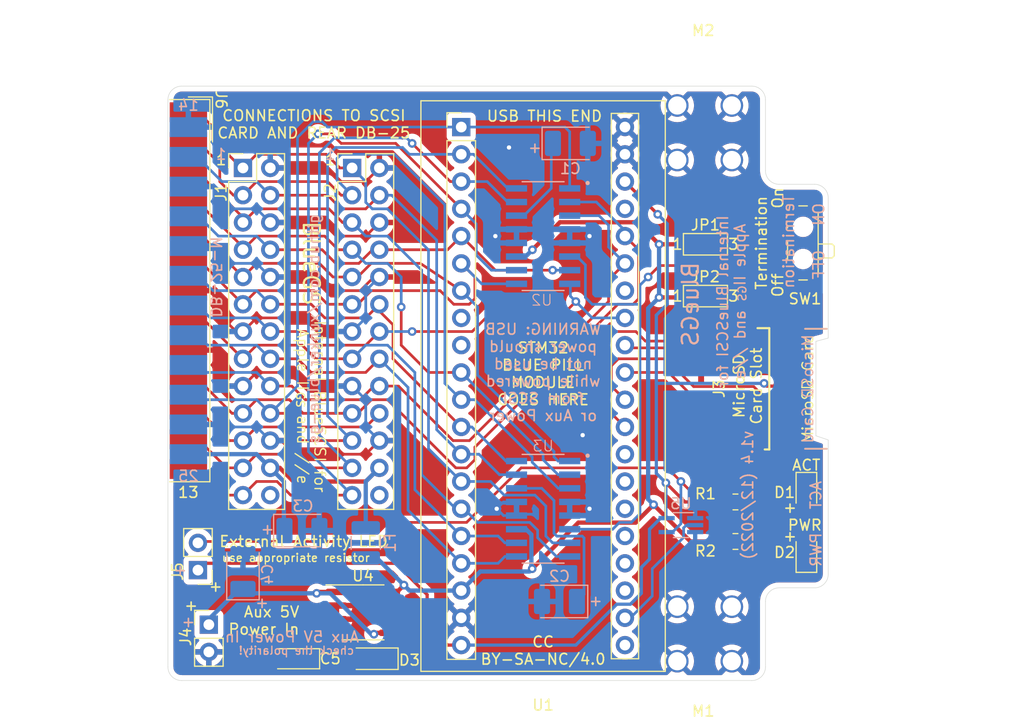
<source format=kicad_pcb>
(kicad_pcb (version 20211014) (generator pcbnew)
  (layers (0 "F.Cu" signal) (31 "B.Cu" signal) (34 "B.Paste" user) (35 "F.Paste" user) (36 "B.SilkS" user "B.Silkscreen") (37 "F.SilkS" user "F.Silkscreen") (38 "B.Mask" user) (39 "F.Mask" user) (44 "Edge.Cuts" user))
  (net 0 "")
  (net 12 "+5V")
  (net 13 "GND")
  (net 14 "/SCSI_DB4")
  (net 15 "/SCSI_DB2")
  (net 16 "/SCSI_DB1")
  (net 17 "/SCSI_DBP")
  (net 18 "/SCSI_SEL")
  (net 19 "/SCSI_ATN")
  (net 20 "/SCSI_C_D")
  (net 21 "/SCSI_DB7")
  (net 22 "/SCSI_DB6")
  (net 23 "/SCSI_DB5")
  (net 24 "/SCSI_DB3")
  (net 25 "/SCSI_DB0")
  (net 26 "/SCSI_BSY")
  (net 27 "/SCSI_ACK")
  (net 28 "/SCSI_RST")
  (net 29 "/SCSI_I_O")
  (net 30 "/SCSI_MSG")
  (net 31 "/SCSI_REQ")
  (net 32 "/SD_MISO")
  (net 33 "/SD_CSK")
  (net 34 "+3V3")
  (net 35 "/SD_MOSI")
  (net 36 "/SD_CS")
  (net 39 "Net-(D2-Pad2)")
  (net 40 "Net-(C1-Pad1)")
  (net 41 "Net-(C2-Pad1)")
  (net 42 "/TERM_DISC")
  (net 43 "Net-(D1-Pad1)")
  (net 44 "/DEBUG_RX")
  (net 45 "/DEBUG_TX")
  (net 46 "/+5V_AUX")
  (net 47 "Net-(C5-Pad1)")
  (net 48 "/TERM_EN")
  (net 49 "/TERM_DIS")
  (net 50 "/DISK_ACT")
  (net 51 "/SCSI_TERMPWR")
  (net 52 "Net-(D1-Pad2)")
  (footprint "my library:YAAJ_BluePill_2" (layer "F.Cu") (at 152.4 50.8)
    (fp_text reference "U1")
    (fp_text value "YAAJ_BluePill" hide)
  )
  (footprint "Button_Switch_SMD:SW_SPDT_PCM12" (layer "F.Cu") (at 183.896 61.595 90)
    (fp_text reference "SW1")
    (fp_text value "SW_SPDT")
  )
  (footprint "Resistor_SMD:R_0805_2012Metric_Pad1.20x1.40mm_HandSolder" (layer "F.Cu") (at 177.927 89.408 180)
    (fp_text reference "R2")
    (fp_text value "1K")
  )
  (footprint "LED_SMD:LED_0805_2012Metric_Pad1.15x1.40mm_HandSolder" (layer "F.Cu") (at 184.531 84.836 -90)
    (fp_text reference "D1")
    (fp_text value "LED")
  )
  (footprint "Jumper:SolderJumper-3_P1.3mm_Open_Pad1.0x1.5mm_NumberLabels" (layer "F.Cu") (at 175.133 66.548)
    (fp_text reference "JP2")
    (fp_text value "Jumper_3_Open")
  )
  (footprint "Jumper:SolderJumper-3_P1.3mm_Open_Pad1.0x1.5mm_NumberLabels" (layer "F.Cu") (at 175.133 61.722)
    (fp_text reference "JP1")
    (fp_text value "Jumper_3_Open")
  )
  (footprint "Resistor_SMD:R_0805_2012Metric_Pad1.20x1.40mm_HandSolder" (layer "F.Cu") (at 177.927 85.725)
    (fp_text reference "R1")
    (fp_text value "100")
  )
  (footprint "Connector_PinHeader_2.54mm:PinHeader_2x13_P2.54mm_Vertical" (layer "F.Cu") (at 132.08 54.61)
    (fp_text reference "J1")
    (fp_text value "Conn_02x13_Odd_Even")
  )
  (footprint "Connector_PinHeader_2.54mm:PinHeader_2x13_P2.54mm_Vertical" (layer "F.Cu") (at 142.24 54.61)
    (fp_text reference "J2")
    (fp_text value "Conn_02x13_Odd_Even")
  )
  (footprint "Connector_PinHeader_2.54mm:PinHeader_1x02_P2.54mm_Vertical" (layer "F.Cu") (at 128.905 97.155)
    (fp_text reference "J4")
    (fp_text value "Conn_01x02_Male")
  )
  (footprint "Connector_PinHeader_2.54mm:PinHeader_1x02_P2.54mm_Vertical" (layer "F.Cu") (at 127.889 92.075 180)
    (fp_text reference "J5")
    (fp_text value "Conn_01x02_Male")
  )
  (footprint "my library:keystone-7774" (layer "F.Cu") (at 180.771 100.561 180)
    (fp_text reference "M1")
    (fp_text value "Screw_Terminal_01x01")
  )
  (footprint "my library:keystone-7774" (layer "F.Cu") (at 180.771 53.871 180)
    (fp_text reference "M2")
    (fp_text value "Screw_Terminal_01x01")
  )
  (footprint "LED_SMD:LED_0805_2012Metric_Pad1.15x1.40mm_HandSolder" (layer "F.Cu") (at 184.531 90.424 90)
    (fp_text reference "D2")
    (fp_text value "LED")
  )
  (footprint "Molex 105162-0001:105162-0001" (layer "F.Cu") (at 174.625 75.184 90)
    (fp_text reference "J3")
    (fp_text value "105162-0001")
  )
  (footprint "Connector_Dsub:DSUB-25_Male_EdgeMount_P2.77mm" (layer "F.Cu") (at 127 66.04 -90)
    (fp_text reference "J6")
    (fp_text value "DB25_Male")
  )
  (footprint "Diode_SMD:D_SOD-123" (layer "F.Cu") (at 144.272 100.33 180)
    (fp_text reference "D3")
    (fp_text value "Zener 5.6v")
  )
  (footprint "Capacitor_Tantalum_SMD:CP_EIA-3216-10_Kemet-I" (layer "F.Cu") (at 136.906 100.33 180)
    (fp_text reference "C5")
    (fp_text value "0.1uF")
  )
  (footprint "Package_SO:SOIC-8_3.9x4.9mm_P1.27mm" (layer "F.Cu") (at 143.256 96.012)
    (fp_text reference "U4")
    (fp_text value "UCC3916")
  )
  (footprint "Capacitor_Tantalum_SMD:CP_EIA-3528-21_Kemet-B_Pad1.50x2.35mm_HandSolder" (layer "B.Cu") (at 162.56 52.324)
    (fp_text reference "C1")
    (fp_text value "2.2uF, 6.3v")
  )
  (footprint "my library:SOIC127P600X175-16N" (layer "B.Cu") (at 160.02 86.36 180)
    (fp_text reference "U3")
    (fp_text value "UC560x, UCC56xx")
  )
  (footprint "Capacitor_Tantalum_SMD:CP_EIA-3528-21_Kemet-B_Pad1.50x2.35mm_HandSolder" (layer "B.Cu") (at 137.567 88.392)
    (fp_text reference "C3")
    (fp_text value "4.7uF, 6.3v")
  )
  (footprint "Capacitor_Tantalum_SMD:CP_EIA-3528-21_Kemet-B_Pad1.50x2.35mm_HandSolder" (layer "B.Cu") (at 161.544 94.996 180)
    (fp_text reference "C2")
    (fp_text value "2.2uF, 6.3v")
  )
  (footprint "my library:SOIC127P600X175-16N" (layer "B.Cu") (at 160.02 60.96 180)
    (fp_text reference "U2")
    (fp_text value "UC560x, UCC56xx")
  )
  (footprint "Fuse:Fuse_1210_3225Metric" (layer "B.Cu") (at 143.51 89.535 90)
    (fp_text reference "F1")
    (fp_text value "Fuse")
  )
  (footprint "Package_TO_SOT_SMD:SOT-353_SC-70-5_Handsoldering" (layer "B.Cu") (at 172.847 87.884 180)
    (fp_text reference "U5")
    (fp_text value "NL17SZ07DFT2G")
  )
  (footprint "Capacitor_Tantalum_SMD:CP_EIA-3528-21_Kemet-B_Pad1.50x2.35mm_HandSolder" (layer "B.Cu") (at 132.08 92.202 90)
    (fp_text reference "C4")
    (fp_text value "1uF")
  )
  (gr_line (start 184.404 69.596) (end 186.436 69.596) (layer "B.SilkS") (width 0.15))
  (gr_line (start 184.404 80.772) (end 186.436 80.772) (layer "B.SilkS") (width 0.15))
  (gr_line (start 184.404 80.772) (end 186.436 80.772) (layer "F.SilkS") (width 0.15))
  (gr_line (start 184.404 69.596) (end 186.436 69.596) (layer "F.SilkS") (width 0.15))
  (gr_line (start 186.563 79.9465) (end 186.563 92.456) (layer "Edge.Cuts") (width 0.05))
  (gr_line (start 125.095 101.092) (end 125.095 48.26) (layer "Edge.Cuts") (width 0.05))
  (gr_line (start 181.991 56.134) (end 185.293 56.134) (layer "Edge.Cuts") (width 0.05))
  (gr_line (start 180.721 94.996) (end 180.721 101.092) (layer "Edge.Cuts") (width 0.05))
  (gr_arc (start 185.293 56.134) (mid 186.191026 56.505974) (end 186.563 57.404) (layer "Edge.Cuts") (width 0.05))
  (gr_arc (start 186.563 92.456) (mid 186.191026 93.354026) (end 185.293 93.726) (layer "Edge.Cuts") (width 0.05))
  (gr_arc (start 181.991 56.134) (mid 181.092974 55.762026) (end 180.721 54.864) (layer "Edge.Cuts") (width 0.05))
  (gr_line (start 180.721 48.26) (end 180.721 54.864) (layer "Edge.Cuts") (width 0.05))
  (gr_arc (start 180.721 94.996) (mid 181.092974 94.097974) (end 181.991 93.726) (layer "Edge.Cuts") (width 0.05))
  (gr_line (start 181.991 93.726) (end 185.293 93.726) (layer "Edge.Cuts") (width 0.05))
  (gr_line (start 126.365 46.99) (end 179.451 46.99) (layer "Edge.Cuts") (width 0.05))
  (gr_line (start 179.451 102.362) (end 126.365 102.362) (layer "Edge.Cuts") (width 0.05))
  (gr_arc (start 126.365 102.362) (mid 125.466974 101.990026) (end 125.095 101.092) (layer "Edge.Cuts") (width 0.05))
  (gr_line (start 185.42 70.7644) (end 185.42 79.5655) (layer "Edge.Cuts") (width 0.05))
  (gr_arc (start 180.721 101.092) (mid 180.349026 101.990026) (end 179.451 102.362) (layer "Edge.Cuts") (width 0.05))
  (gr_arc (start 125.095 48.26) (mid 125.466974 47.361974) (end 126.365 46.99) (layer "Edge.Cuts") (width 0.05))
  (gr_line (start 186.563 57.404) (end 186.563 70.4596) (layer "Edge.Cuts") (width 0.05))
  (gr_line (start 185.42 70.7644) (end 186.563 70.4596) (layer "Edge.Cuts") (width 0.05))
  (gr_arc (start 179.451 46.99) (mid 180.349026 47.361974) (end 180.721 48.26) (layer "Edge.Cuts") (width 0.05))
  (gr_line (start 186.563 79.9465) (end 185.42 79.5655) (layer "Edge.Cuts") (width 0.05))
  (gr_text "ACT" (at 185.42 85.09 90) (layer "B.SilkS") (effects (font (size 1 1)) (justify mirror)))
  (gr_text "PWR" (at 185.42 90.17 90) (layer "B.SilkS") (effects (font (size 1 1)) (justify mirror)))
  (gr_text "ON   OFF" (at 185.674 61.468 90) (layer "B.SilkS") (effects (font (size 1 1)) (justify mirror)))
  (gr_text "github.com/xunker/blue-gs" (at 138.684 69.596 90) (layer "B.SilkS") (effects (font (size 1 1)) (justify mirror)))
  (gr_text "Internal BlueSCSI for\nApple II   and //e" (at 177.546 67.056 90) (layer "B.SilkS") (effects (font (size 1 1)) (justify mirror)))
  (gr_text "+" (at 134.366 88.392 -180) (layer "B.SilkS") (effects (font (size 1 1)) (justify mirror)))
  (gr_text "Termination" (at 182.88 61.468 90) (layer "B.SilkS") (effects (font (size 1 1)) (justify mirror)))
  (gr_text "+" (at 133.858 95.25 -180) (layer "B.SilkS") (effects (font (size 1 1)) (justify mirror)))
  (gr_text "BlueGS" (at 173.736 67.31 90) (layer "B.SilkS") (effects (font (size 1.5 1.5) (thickness 0.2)) (justify mirror)))
  (gr_text "MicroSD Card" (at 184.658 75.184 90) (layer "B.SilkS") (effects (font (size 1 1) (thickness 0.125)) (justify mirror)))
  (gr_text "check the polarity!" (at 142.494 99.568) (layer "B.SilkS") (effects (font (size 0.75 0.75) (thickness 0.125)) (justify left mirror)))
  (gr_text "Aux 5V Power In" (at 130.302 98.298) (layer "B.SilkS") (effects (font (size 1 1)) (justify right mirror)))
  (gr_text "DB-25-M" (at 129.54 64.77 270) (layer "B.SilkS") (effects (font (size 1 1)) (justify mirror)))
  (gr_text "+" (at 159.258 52.705) (layer "B.SilkS") (effects (font (size 1 1)) (justify mirror)))
  (gr_text "+" (at 164.846 94.996 90) (layer "B.SilkS") (effects (font (size 1 1)) (justify mirror)))
  (gr_text "+" (at 127 97.028 -180) (layer "B.SilkS") (effects (font (size 1 1)) (justify mirror)))
  (gr_text "1" (at 140.208 53.34) (layer "B.SilkS") (effects (font (size 1 1)) (justify mirror)))
  (gr_text "14" (at 127 48.768) (layer "B.SilkS") (effects (font (size 1 1)) (justify mirror)))
  (gr_text "25" (at 127 83.312) (layer "B.SilkS") (effects (font (size 1 1)) (justify mirror)))
  (gr_text "GS" (at 178.562 66.294 -270) (layer "B.SilkS") (effects (font (size 0.75 0.75) (thickness 0.125)) (justify mirror)))
  (gr_text "WARNING: USB\npower should\nnot be used\nwhile powered\nfrom SCSI\nor Aux Power" (at 160.02 73.66) (layer "B.SilkS") (effects (font (size 1 1)) (justify mirror)))
  (gr_text "v1.4 (12/2022)" (at 179.07 85.09 90) (layer "B.SilkS") (effects (font (size 1 1)) (justify mirror)))
  (gr_text "+" (at 126.238 92.202 -180) (layer "B.SilkS") (effects (font (size 1 1)) (justify mirror)))
  (gr_text "1" (at 130.048 53.34) (layer "B.SilkS") (effects (font (size 1 1)) (justify mirror)))
  (gr_text "Aux 5V\nPower In" (at 137.414 96.774) (layer "F.SilkS") (effects (font (size 1 1)) (justify right)))
  (gr_text "BlueGS" (at 138.43 63.5 270) (layer "F.SilkS") (effects (font (size 1.5 1.5) (thickness 0.2))))
  (gr_text "+" (at 129.54 93.726 180) (layer "F.SilkS") (effects (font (size 1 1))))
  (gr_text "Internal BlueSCSI for\nApple II   and //e\n" (at 138.43 76.835 270) (layer "F.SilkS") (effects (font (size 1 1) (thickness 0.125))))
  (gr_text "PWR" (at 186.055 87.884) (layer "F.SilkS") (effects (font (size 1 1)) (justify right)))
  (gr_text "External Activity LED" (at 129.794 89.408) (layer "F.SilkS") (effects (font (size 1 1)) (justify left)))
  (gr_text "+" (at 183.007 88.9) (layer "F.SilkS") (effects (font (size 1 1))))
  (gr_text "MicroSD\nCard Slot" (at 179.07 74.93 90) (layer "F.SilkS") (effects (font (size 1 1))))
  (gr_text "MicroSD Card" (at 184.658 75.184 90) (layer "F.SilkS") (effects (font (size 1 1) (thickness 0.125))))
  (gr_text "CONNECTIONS TO SCSI\nCARD AND REAR DB-25" (at 138.684 50.546) (layer "F.SilkS") (effects (font (size 1 1))))
  (gr_text "On" (at 181.864 57.404 90) (layer "F.SilkS") (effects (font (size 1 1))))
  (gr_text "Termination" (at 180.34 61.595 90) (layer "F.SilkS") (effects (font (size 1 1))))
  (gr_text "STM32\nBLUE PILL\nMODULE\nGOES HERE" (at 160.02 73.787) (layer "F.SilkS") (effects (font (size 1 1))))
  (gr_text "USB THIS END" (at 160.147 49.784) (layer "F.SilkS") (effects (font (size 1 1))))
  (gr_text "CC\nBY-SA-NC/4.0" (at 160.02 99.568) (layer "F.SilkS") (effects (font (size 1 1))))
  (gr_text "use appropriate resistor" (at 130.048 90.932) (layer "F.SilkS") (effects (font (size 0.75 0.75) (thickness 0.125)) (justify left)))
  (gr_text "+" (at 127.254 95.504 180) (layer "F.SilkS") (effects (font (size 1 1))))
  (gr_text "+" (at 183.007 86.233) (layer "F.SilkS") (effects (font (size 1 1))))
  (gr_text "13" (at 127 84.836) (layer "F.SilkS") (effects (font (size 1 1))))
  (gr_text "1" (at 130.048 53.848) (layer "F.SilkS") (effects (font (size 1 1))))
  (gr_text "GS" (at 137.414 76.2 270) (layer "F.SilkS") (effects (font (size 0.75 0.75) (thickness 0.125))))
  (gr_text "ACT" (at 185.928 82.296) (layer "F.SilkS") (effects (font (size 1 1)) (justify right)))
  (gr_text "1" (at 140.208 53.848) (layer "F.SilkS") (effects (font (size 1 1))))
  (gr_text "Off" (at 181.864 65.532 90) (layer "F.SilkS") (effects (font (size 1 1))))
  (segment (start 173.736 89.408) (end 170.307 85.979) (width 0.4) (layer "F.Cu") (net 12))
  (segment (start 159.02532 62.233641) (end 161.58796 59.671001) (width 0.4) (layer "F.Cu") (net 12))
  (segment (start 163.301511 87.650489) (end 168.635511 87.650489) (width 0.4) (layer "F.Cu") (net 12))
  (segment (start 159.004 91.948) (end 163.301511 87.650489) (width 0.4) (layer "F.Cu") (net 12))
  (segment (start 146.431 94.107) (end 145.731 94.107) (width 0.4) (layer "F.Cu") (net 12))
  (segment (start 176.927 89.408) (end 173.736 89.408) (width 0.4) (layer "F.Cu") (net 12))
  (segment (start 161.58796 59.671001) (end 168.764001 59.671001) (width 0.4) (layer "F.Cu") (net 12))
  (segment (start 168.764001 59.671001) (end 170.815 61.722) (width 0.4) (layer "F.Cu") (net 12))
  (segment (start 168.635511 87.650489) (end 170.307 85.979) (width 0.4) (layer "F.Cu") (net 12))
  (segment (start 173.579 66.675) (end 170.814998 66.675) (width 0.4) (layer "F.Cu") (net 12))
  (segment (start 173.833 61.722) (end 170.815 61.722) (width 0.4) (layer "F.Cu") (net 12))
  (segment (start 173.833 66.421) (end 173.579 66.675) (width 0.4) (layer "F.Cu") (net 12))
  (segment (start 147.066 93.472) (end 146.431 94.107) (width 0.4) (layer "F.Cu") (net 12))
  (via (at 147.066 93.472) (size 0.8) (drill 0.4) (layers "F.Cu" "B.Cu") (net 12))
  (via (at 170.815 61.722) (size 0.8) (drill 0.4) (layers "F.Cu" "B.Cu") (net 12))
  (via (at 170.307 85.979) (size 0.8) (drill 0.4) (layers "F.Cu" "B.Cu") (net 12))
  (via (at 159.02532 62.233641) (size 0.8) (drill 0.4) (layers "F.Cu" "B.Cu") (net 12))
  (via (at 159.004 91.948) (size 0.8) (drill 0.4) (layers "F.Cu" "B.Cu") (net 12))
  (via (at 170.814998 66.675) (size 0.8) (drill 0.4) (layers "F.Cu" "B.Cu") (net 12))
  (segment (start 158.4265 88.265) (end 157.545 88.265) (width 0.4) (layer "B.Cu") (net 12))
  (segment (start 159.004 91.948) (end 158.929511 91.873511) (width 0.4) (layer "B.Cu") (net 12))
  (segment (start 157.545 62.865) (end 158.393961 62.865) (width 0.4) (layer "B.Cu") (net 12))
  (segment (start 154.178 92.202) (end 152.4 93.98) (width 0.4) (layer "B.Cu") (net 12))
  (segment (start 147.574 93.98) (end 152.4 93.98) (width 0.4) (layer "B.Cu") (net 12))
  (segment (start 169.799 85.471) (end 170.307 85.979) (width 0.4) (layer "B.Cu") (net 12))
  (segment (start 158.393961 62.865) (end 159.02532 62.233641) (width 0.4) (layer "B.Cu") (net 12))
  (segment (start 158.929511 88.768011) (end 158.4265 88.265) (width 0.4) (layer "B.Cu") (net 12))
  (segment (start 144.529 90.935) (end 143.51 90.935) (width 0.4) (layer "B.Cu") (net 12))
  (segment (start 170.814998 61.722002) (end 170.815 61.722) (width 0.4) (layer "B.Cu") (net 12))
  (segment (start 147.066 93.472) (end 147.574 93.98) (width 0.4) (layer "B.Cu") (net 12))
  (segment (start 158.929511 91.873511) (end 158.929511 88.768011) (width 0.4) (layer "B.Cu") (net 12))
  (segment (start 158.75 92.202) (end 154.178 92.202) (width 0.4) (layer "B.Cu") (net 12))
  (segment (start 147.066 93.472) (end 144.529 90.935) (width 0.4) (layer "B.Cu") (net 12))
  (segment (start 169.799 67.690998) (end 169.799 85.471) (width 0.4) (layer "B.Cu") (net 12))
  (segment (start 170.814998 66.675) (end 170.814998 61.722002) (width 0.4) (layer "B.Cu") (net 12))
  (segment (start 170.814998 66.675) (end 169.799 67.690998) (width 0.4) (layer "B.Cu") (net 12))
  (segment (start 159.004 91.948) (end 158.75 92.202) (width 0.4) (layer "B.Cu") (net 12))
  (segment (start 134.62 64.77) (end 138.938 64.77) (width 0.25) (layer "F.Cu") (net 13))
  (segment (start 143.002 66.04) (end 144.272 64.77) (width 0.25) (layer "F.Cu") (net 13))
  (segment (start 138.938 64.77) (end 140.208 66.04) (width 0.25) (layer "F.Cu") (net 13))
  (segment (start 140.208 66.04) (end 143.002 66.04) (width 0.25) (layer "F.Cu") (net 13))
  (segment (start 144.272 64.77) (end 144.78 64.77) (width 0.25) (layer "F.Cu") (net 13))
  (segment (start 134.62 54.61) (end 139.954 54.61) (width 0.25) (layer "F.Cu") (net 13))
  (segment (start 139.954 54.61) (end 141.224 55.88) (width 0.25) (layer "F.Cu") (net 13))
  (segment (start 141.224 55.88) (end 143.51 55.88) (width 0.25) (layer "F.Cu") (net 13))
  (segment (start 143.51 55.88) (end 144.78 54.61) (width 0.25) (layer "F.Cu") (net 13))
  (segment (start 132.08 69.85) (end 133.35 68.58) (width 0.25) (layer "F.Cu") (net 13))
  (segment (start 138.176 68.58) (end 139.446 69.85) (width 0.25) (layer "F.Cu") (net 13))
  (segment (start 133.35 68.58) (end 138.176 68.58) (width 0.25) (layer "F.Cu") (net 13))
  (segment (start 139.446 69.85) (end 142.24 69.85) (width 0.25) (layer "F.Cu") (net 13))
  (segment (start 142.24 74.93) (end 138.176 74.93) (width 0.25) (layer "F.Cu") (net 13))
  (segment (start 138.176 74.93) (end 136.906 73.66) (width 0.25) (layer "F.Cu") (net 13))
  (segment (start 136.906 73.66) (end 133.35 73.66) (width 0.25) (layer "F.Cu") (net 13))
  (segment (start 133.35 73.66) (end 132.08 74.93) (width 0.25) (layer "F.Cu") (net 13))
  (segment (start 134.62 80.01) (end 135.636 80.01) (width 0.25) (layer "F.Cu") (net 13))
  (segment (start 135.636 80.01) (end 136.906 81.28) (width 0.25) (layer "F.Cu") (net 13))
  (segment (start 136.906 81.28) (end 143.51 81.28) (width 0.25) (layer "F.Cu") (net 13))
  (segment (start 143.51 81.28) (end 144.78 80.01) (width 0.25) (layer "F.Cu") (net 13))
  (segment (start 134.62 59.69) (end 139.954 59.69) (width 0.25) (layer "F.Cu") (net 13))
  (segment (start 141.224 60.96) (end 143.51 60.96) (width 0.25) (layer "F.Cu") (net 13))
  (segment (start 139.954 59.69) (end 141.224 60.96) (width 0.25) (layer "F.Cu") (net 13))
  (segment (start 143.51 60.96) (end 144.78 59.69) (width 0.25) (layer "F.Cu") (net 13))
  (segment (start 131.445 69.85) (end 130.175 68.58) (width 0.25) (layer "F.Cu") (net 13))
  (segment (start 130.175 68.58) (end 130.175 67.31) (width 0.25) (layer "F.Cu") (net 13))
  (segment (start 130.175 67.31) (end 128.905 66.04) (width 0.25) (layer "F.Cu") (net 13))
  (segment (start 132.08 69.85) (end 131.445 69.85) (width 0.25) (layer "F.Cu") (net 13))
  (segment (start 128.905 66.04) (end 127 66.04) (width 0.25) (layer "F.Cu") (net 13))
  (via (at 164.338 86.36) (size 0.8) (drill 0.4) (layers "F.Cu" "B.Cu") (net 13))
  (via (at 156.845 52.705) (size 0.8) (drill 0.4) (layers "F.Cu" "B.Cu") (net 13))
  (via (at 164.338 60.96) (size 0.8) (drill 0.4) (layers "F.Cu" "B.Cu") (net 13))
  (via (at 155.575 60.96) (size 0.8) (drill 0.4) (layers "F.Cu" "B.Cu") (net 13))
  (via (at 155.702 86.36) (size 0.8) (drill 0.4) (layers "F.Cu" "B.Cu") (net 13))
  (via (at 163.703 79.502) (size 0.8) (drill 0.4) (layers "F.Cu" "B.Cu") (net 13))
  (segment (start 142.24 74.93) (end 143.51 76.2) (width 0.25) (layer "B.Cu") (net 13))
  (segment (start 143.51 76.2) (end 143.51 78.74) (width 0.25) (layer "B.Cu") (net 13))
  (segment (start 143.51 78.74) (end 144.78 80.01) (width 0.25) (layer "B.Cu") (net 13))
  (segment (start 144.78 64.77) (end 143.51 66.04) (width 0.25) (layer "B.Cu") (net 13))
  (segment (start 143.51 66.04) (end 143.51 68.58) (width 0.25) (layer "B.Cu") (net 13))
  (segment (start 134.62 80.01) (end 133.35 78.74) (width 0.25) (layer "B.Cu") (net 13))
  (segment (start 143.51 68.58) (end 143.4465 68.6435) (width 0.25) (layer "B.Cu") (net 13))
  (segment (start 157.545 60.325) (end 162.495 60.325) (width 0.25) (layer "B.Cu") (net 13))
  (segment (start 130.175 78.74) (end 129.94 78.505) (width 0.25) (layer "B.Cu") (net 13))
  (segment (start 129.54 62.23) (end 127.345 62.23) (width 0.25) (layer "B.Cu") (net 13))
  (segment (start 127.345 62.23) (end 127 61.885) (width 0.25) (layer "B.Cu") (net 13))
  (segment (start 130.175 58.42) (end 130.175 57.15) (width 0.25) (layer "B.Cu") (net 13))
  (segment (start 134.62 59.69) (end 133.35 58.42) (width 0.25) (layer "B.Cu") (net 13))
  (segment (start 156.337 85.725) (end 157.545 85.725) (width 0.25) (layer "B.Cu") (net 13))
  (segment (start 156.337 86.995) (end 157.545 86.995) (width 0.25) (layer "B.Cu") (net 13))
  (segment (start 143.4465 68.6435) (end 142.24 69.85) (width 0.25) (layer "B.Cu") (net 13))
  (segment (start 133.35 78.74) (end 130.175 78.74) (width 0.25) (layer "B.Cu") (net 13))
  (segment (start 134.62 64.77) (end 133.35 63.5) (width 0.25) (layer "B.Cu") (net 13))
  (segment (start 130.175 57.15) (end 129.37 56.345) (width 0.25) (layer "B.Cu") (net 13))
  (segment (start 157.545 85.725) (end 157.545 86.995) (width 0.25) (layer "B.Cu") (net 13))
  (segment (start 155.702 86.36) (end 156.337 85.725) (width 0.25) (layer "B.Cu") (net 13))
  (segment (start 129.37 56.345) (end 127 56.345) (width 0.25) (layer "B.Cu") (net 13))
  (segment (start 130.81 63.5) (end 129.54 62.23) (width 0.25) (layer "B.Cu") (net 13))
  (segment (start 174.197 93.745) (end 172.461 95.481) (width 0.25) (layer "B.Cu") (net 13))
  (segment (start 133.35 63.5) (end 130.81 63.5) (width 0.25) (layer "B.Cu") (net 13))
  (segment (start 129.94 78.505) (end 127 78.505) (width 0.25) (layer "B.Cu") (net 13))
  (segment (start 133.35 58.42) (end 130.175 58.42) (width 0.25) (layer "B.Cu") (net 13))
  (segment (start 174.197 88.58) (end 174.197 93.745) (width 0.25) (layer "B.Cu") (net 13))
  (segment (start 155.702 86.36) (end 156.337 86.995) (width 0.25) (layer "B.Cu") (net 13))
  (segment (start 134.62 77.47) (end 136.144 77.47) (width 0.25) (layer "F.Cu") (net 14))
  (segment (start 136.144 77.47) (end 137.414 78.74) (width 0.25) (layer "F.Cu") (net 14))
  (segment (start 137.414 78.74) (end 143.51 78.74) (width 0.25) (layer "F.Cu") (net 14))
  (segment (start 143.51 78.74) (end 144.78 77.47) (width 0.25) (layer "F.Cu") (net 14))
  (segment (start 137.16 74.93) (end 137.16 51.758998) (width 0.25) (layer "B.Cu") (net 14))
  (segment (start 127.465 76.2) (end 133.35 76.2) (width 0.25) (layer "B.Cu") (net 14))
  (segment (start 152.4 50.8) (end 162.052 50.8) (width 0.25) (layer "B.Cu") (net 14))
  (segment (start 139.954 50.8) (end 152.4 50.8) (width 0.25) (layer "B.Cu") (net 14))
  (segment (start 139.446 50.292) (end 139.954 50.8) (width 0.25) (layer "B.Cu") (net 14))
  (segment (start 162.495 51.243) (end 162.495 56.515) (width 0.25) (layer "B.Cu") (net 14))
  (segment (start 127 75.735) (end 127.465 76.2) (width 0.25) (layer "B.Cu") (net 14))
  (segment (start 162.052 50.8) (end 162.495 51.243) (width 0.25) (layer "B.Cu") (net 14))
  (segment (start 134.62 77.47) (end 137.16 74.93) (width 0.25) (layer "B.Cu") (net 14))
  (segment (start 133.35 76.2) (end 134.62 77.47) (width 0.25) (layer "B.Cu") (net 14))
  (segment (start 138.626998 50.292) (end 139.446 50.292) (width 0.25) (layer "B.Cu") (net 14))
  (segment (start 137.16 51.758998) (end 138.626998 50.292) (width 0.25) (layer "B.Cu") (net 14))
  (segment (start 136.62025 74.93) (end 137.89025 76.2) (width 0.25) (layer "F.Cu") (net 15))
  (segment (start 144.272 74.93) (end 144.78 74.93) (width 0.25) (layer "F.Cu") (net 15))
  (segment (start 137.89025 76.2) (end 143.002 76.2) (width 0.25) (layer "F.Cu") (net 15))
  (segment (start 134.62 74.93) (end 136.62025 74.93) (width 0.25) (layer "F.Cu") (net 15))
  (segment (start 143.002 76.2) (end 144.272 74.93) (width 0.25) (layer "F.Cu") (net 15))
  (segment (start 166.116 67.056) (end 166.116 65.024) (width 0.25) (layer "F.Cu") (net 15))
  (segment (start 151.638 80.01) (end 153.162 80.01) (width 0.25) (layer "F.Cu") (net 15))
  (segment (start 144.78 74.93) (end 146.558 74.93) (width 0.25) (layer "F.Cu") (net 15))
  (segment (start 166.116 65.024) (end 167.64 63.5) (width 0.25) (layer "F.Cu") (net 15))
  (segment (start 146.558 74.93) (end 151.638 80.01) (width 0.25) (layer "F.Cu") (net 15))
  (segment (start 153.162 80.01) (end 166.116 67.056) (width 0.25) (layer "F.Cu") (net 15))
  (segment (start 166.116 59.944) (end 166.116 61.976) (width 0.25) (layer "B.Cu") (net 15))
  (segment (start 127 72.965) (end 127.695 73.66) (width 0.25) (layer "B.Cu") (net 15))
  (segment (start 162.495 59.055) (end 165.227 59.055) (width 0.25) (layer "B.Cu") (net 15))
  (segment (start 133.35 73.66) (end 134.62 74.93) (width 0.25) (layer "B.Cu") (net 15))
  (segment (start 165.227 59.055) (end 166.116 59.944) (width 0.25) (layer "B.Cu") (net 15))
  (segment (start 166.116 61.976) (end 167.64 63.5) (width 0.25) (layer "B.Cu") (net 15))
  (segment (start 127.695 73.66) (end 133.35 73.66) (width 0.25) (layer "B.Cu") (net 15))
  (segment (start 137.16 72.39) (end 138.43 73.66) (width 0.25) (layer "F.Cu") (net 16))
  (segment (start 138.43 73.66) (end 143.51 73.66) (width 0.25) (layer "F.Cu") (net 16))
  (segment (start 134.62 72.39) (end 137.16 72.39) (width 0.25) (layer "F.Cu") (net 16))
  (segment (start 143.51 73.66) (end 144.78 72.39) (width 0.25) (layer "F.Cu") (net 16))
  (segment (start 144.78 72.39) (end 147.447 75.057) (width 0.25) (layer "B.Cu") (net 16))
  (segment (start 156.464 90.805) (end 157.545 90.805) (width 0.25) (layer "B.Cu") (net 16))
  (segment (start 147.447 86.487) (end 152.4 91.44) (width 0.25) (layer "B.Cu") (net 16))
  (segment (start 152.4 91.44) (end 155.829 91.44) (width 0.25) (layer "B.Cu") (net 16))
  (segment (start 128.778 71.12) (end 133.35 71.12) (width 0.25) (layer "B.Cu") (net 16))
  (segment (start 147.447 75.057) (end 147.447 86.487) (width 0.25) (layer "B.Cu") (net 16))
  (segment (start 133.35 71.12) (end 134.62 72.39) (width 0.25) (layer "B.Cu") (net 16))
  (segment (start 127 70.195) (end 127.853 70.195) (width 0.25) (layer "B.Cu") (net 16))
  (segment (start 127.853 70.195) (end 128.778 71.12) (width 0.25) (layer "B.Cu") (net 16))
  (segment (start 155.829 91.44) (end 156.464 90.805) (width 0.25) (layer "B.Cu") (net 16))
  (segment (start 143.51 71.12) (end 144.78 69.85) (width 0.25) (layer "F.Cu") (net 17))
  (segment (start 134.62 69.85) (end 137.922 69.85) (width 0.25) (layer "F.Cu") (net 17))
  (segment (start 137.922 69.85) (end 139.192 71.12) (width 0.25) (layer "F.Cu") (net 17))
  (segment (start 139.192 71.12) (end 143.51 71.12) (width 0.25) (layer "F.Cu") (net 17))
  (segment (start 162.306 67.818) (end 163.068 67.056) (width 0.25) (layer "F.Cu") (net 17))
  (segment (start 147.828 69.85) (end 153.416 69.85) (width 0.25) (layer "F.Cu") (net 17))
  (segment (start 153.416 69.85) (end 155.448 67.818) (width 0.25) (layer "F.Cu") (net 17))
  (segment (start 155.448 67.818) (end 162.306 67.818) (width 0.25) (layer "F.Cu") (net 17))
  (via (at 163.068 67.056) (size 0.8) (drill 0.4) (layers "F.Cu" "B.Cu") (net 17))
  (via (at 147.828 69.85) (size 0.8) (drill 0.4) (layers "F.Cu" "B.Cu") (net 17))
  (segment (start 129.038 68.58) (end 133.35 68.58) (width 0.25) (layer "B.Cu") (net 17))
  (segment (start 127.883 67.425) (end 129.038 68.58) (width 0.25) (layer "B.Cu") (net 17))
  (segment (start 163.068 67.056) (end 164.592 68.58) (width 0.25) (layer "B.Cu") (net 17))
  (segment (start 163.068 67.056) (end 162.56 66.548) (width 0.25) (layer "B.Cu") (net 17))
  (segment (start 127 67.425) (end 127.883 67.425) (width 0.25) (layer "B.Cu") (net 17))
  (segment (start 147.828 69.85) (end 144.78 69.85) (width 0.25) (layer "B.Cu") (net 17))
  (segment (start 133.35 68.58) (end 134.62 69.85) (width 0.25) (layer "B.Cu") (net 17))
  (segment (start 164.592 68.58) (end 167.64 68.58) (width 0.25) (layer "B.Cu") (net 17))
  (segment (start 162.56 66.548) (end 162.56 65.532) (width 0.25) (layer "B.Cu") (net 17))
  (segment (start 134.62 67.31) (end 138.43 67.31) (width 0.25) (layer "F.Cu") (net 18))
  (segment (start 138.43 67.31) (end 139.7 68.58) (width 0.25) (layer "F.Cu") (net 18))
  (segment (start 139.7 68.58) (end 143.51 68.58) (width 0.25) (layer "F.Cu") (net 18))
  (segment (start 143.51 68.58) (end 144.78 67.31) (width 0.25) (layer "F.Cu") (net 18))
  (segment (start 144.78 67.31) (end 144.78 67.945) (width 0.25) (layer "F.Cu") (net 18))
  (segment (start 146.05 72.39) (end 152.4 78.74) (width 0.25) (layer "F.Cu") (net 18))
  (segment (start 144.78 67.945) (end 146.05 69.215) (width 0.25) (layer "F.Cu") (net 18))
  (segment (start 146.05 69.215) (end 146.05 72.39) (width 0.25) (layer "F.Cu") (net 18))
  (segment (start 153.385 78.74) (end 156.56 81.915) (width 0.25) (layer "B.Cu") (net 18))
  (segment (start 156.56 81.915) (end 157.545 81.915) (width 0.25) (layer "B.Cu") (net 18))
  (segment (start 127.901 64.655) (end 129.286 66.04) (width 0.25) (layer "B.Cu") (net 18))
  (segment (start 133.35 66.04) (end 134.62 67.31) (width 0.25) (layer "B.Cu") (net 18))
  (segment (start 129.286 66.04) (end 133.35 66.04) (width 0.25) (layer "B.Cu") (net 18))
  (segment (start 152.4 78.74) (end 153.385 78.74) (width 0.25) (layer "B.Cu") (net 18))
  (segment (start 127 64.655) (end 127.901 64.655) (width 0.25) (layer "B.Cu") (net 18))
  (segment (start 144.14359 62.23) (end 144.78 62.23) (width 0.25) (layer "F.Cu") (net 19))
  (segment (start 140.716 63.5) (end 142.87359 63.5) (width 0.25) (layer "F.Cu") (net 19))
  (segment (start 134.62 62.23) (end 139.446 62.23) (width 0.25) (layer "F.Cu") (net 19))
  (segment (start 139.446 62.23) (end 140.716 63.5) (width 0.25) (layer "F.Cu") (net 19))
  (segment (start 142.87359 63.5) (end 144.14359 62.23) (width 0.25) (layer "F.Cu") (net 19))
  (segment (start 144.78 62.23) (end 151.13 62.23) (width 0.25) (layer "F.Cu") (net 19))
  (segment (start 152.4 60.96) (end 155.575 64.135) (width 0.25) (layer "F.Cu") (net 19))
  (segment (start 155.575 64.135) (end 160.909 64.135) (width 0.25) (layer "F.Cu") (net 19))
  (segment (start 151.13 62.23) (end 152.4 60.96) (width 0.25) (layer "F.Cu") (net 19))
  (via (at 160.909 64.135) (size 0.8) (drill 0.4) (layers "F.Cu" "B.Cu") (net 19))
  (segment (start 162.495 64.135) (end 160.909 64.135) (width 0.25) (layer "B.Cu") (net 19))
  (segment (start 133.35 60.96) (end 134.62 62.23) (width 0.25) (layer "B.Cu") (net 19))
  (segment (start 127 59.115) (end 127.949 59.115) (width 0.25) (layer "B.Cu") (net 19))
  (segment (start 127.949 59.115) (end 129.794 60.96) (width 0.25) (layer "B.Cu") (net 19))
  (segment (start 129.794 60.96) (end 133.35 60.96) (width 0.25) (layer "B.Cu") (net 19))
  (segment (start 134.62 57.15) (end 139.954 57.15) (width 0.25) (layer "F.Cu") (net 20))
  (segment (start 139.954 57.15) (end 141.224 58.42) (width 0.25) (layer "F.Cu") (net 20))
  (segment (start 141.224 58.42) (end 143.51 58.42) (width 0.25) (layer "F.Cu") (net 20))
  (segment (start 143.51 58.42) (end 144.78 57.15) (width 0.25) (layer "F.Cu") (net 20))
  (segment (start 133.35 55.88) (end 134.62 57.15) (width 0.25) (layer "B.Cu") (net 20))
  (segment (start 145.923 57.15) (end 150.114 61.341) (width 0.25) (layer "B.Cu") (net 20))
  (segment (start 154.051 81.28) (end 155.956 83.185) (width 0.25) (layer "B.Cu") (net 20))
  (segment (start 127.816666 53.575) (end 130.121666 55.88) (width 0.25) (layer "B.Cu") (net 20))
  (segment (start 155.956 83.185) (end 157.545 83.185) (width 0.25) (layer "B.Cu") (net 20))
  (segment (start 130.121666 55.88) (end 133.35 55.88) (width 0.25) (layer "B.Cu") (net 20))
  (segment (start 144.78 57.15) (end 145.923 57.15) (width 0.25) (layer "B.Cu") (net 20))
  (segment (start 150.114 61.341) (end 150.114 78.994) (width 0.25) (layer "B.Cu") (net 20))
  (segment (start 152.4 81.28) (end 154.051 81.28) (width 0.25) (layer "B.Cu") (net 20))
  (segment (start 127 53.575) (end 127.816666 53.575) (width 0.25) (layer "B.Cu") (net 20))
  (segment (start 150.114 78.994) (end 152.4 81.28) (width 0.25) (layer "B.Cu") (net 20))
  (segment (start 136.525 85.09) (end 142.24 85.09) (width 0.25) (layer "F.Cu") (net 21))
  (segment (start 132.08 85.09) (end 133.35 83.82) (width 0.25) (layer "F.Cu") (net 21))
  (segment (start 146.304 52.324) (end 152.4 58.42) (width 0.25) (layer "F.Cu") (net 21))
  (segment (start 140.335 51.435) (end 141.224 52.324) (width 0.25) (layer "F.Cu") (net 21))
  (segment (start 130.175 85.09) (end 132.08 85.09) (width 0.25) (layer "F.Cu") (net 21))
  (segment (start 135.255 83.82) (end 136.525 85.09) (width 0.25) (layer "F.Cu") (net 21))
  (segment (start 127 82.66) (end 127.745 82.66) (width 0.25) (layer "F.Cu") (net 21))
  (segment (start 133.35 83.82) (end 135.255 83.82) (width 0.25) (layer "F.Cu") (net 21))
  (segment (start 141.224 52.324) (end 146.304 52.324) (width 0.25) (layer "F.Cu") (net 21))
  (segment (start 139.065 51.435) (end 140.335 51.435) (width 0.25) (layer "F.Cu") (net 21))
  (segment (start 127.745 82.66) (end 130.175 85.09) (width 0.25) (layer "F.Cu") (net 21))
  (via (at 139.065 51.435) (size 0.8) (drill 0.4) (layers "F.Cu" "B.Cu") (net 21))
  (segment (start 138.176 81.026) (end 142.24 85.09) (width 0.25) (layer "B.Cu") (net 21))
  (segment (start 152.4 58.42) (end 153.797 59.817) (width 0.25) (layer "B.Cu") (net 21))
  (segment (start 155.2067 64.135) (end 157.545 64.135) (width 0.25) (layer "B.Cu") (net 21))
  (segment (start 138.176 52.324) (end 138.176 81.026) (width 0.25) (layer "B.Cu") (net 21))
  (segment (start 139.065 51.435) (end 138.176 52.324) (width 0.25) (layer "B.Cu") (net 21))
  (segment (start 153.797 59.817) (end 153.797 62.7253) (width 0.25) (layer "B.Cu") (net 21))
  (segment (start 153.797 62.7253) (end 155.2067 64.135) (width 0.25) (layer "B.Cu") (net 21))
  (segment (start 133.35 81.28) (end 135.763 81.28) (width 0.25) (layer "F.Cu") (net 22))
  (segment (start 130.556 82.55) (end 132.08 82.55) (width 0.25) (layer "F.Cu") (net 22))
  (segment (start 127 79.89) (end 127.896 79.89) (width 0.25) (layer "F.Cu") (net 22))
  (segment (start 151.384 55.88) (end 152.4 55.88) (width 0.25) (layer "F.Cu") (net 22))
  (segment (start 132.08 82.55) (end 133.35 81.28) (width 0.25) (layer "F.Cu") (net 22))
  (segment (start 137.033 82.55) (end 142.24 82.55) (width 0.25) (layer "F.Cu") (net 22))
  (segment (start 147.828 52.324) (end 151.384 55.88) (width 0.25) (layer "F.Cu") (net 22))
  (segment (start 135.763 81.28) (end 137.033 82.55) (width 0.25) (layer "F.Cu") (net 22))
  (segment (start 127.896 79.89) (end 130.556 82.55) (width 0.25) (layer "F.Cu") (net 22))
  (via (at 147.828 52.324) (size 0.8) (drill 0.4) (layers "F.Cu" "B.Cu") (net 22))
  (segment (start 147.828 52.324) (end 147.32 51.816) (width 0.25) (layer "B.Cu") (net 22))
  (segment (start 154.813 55.88) (end 156.718 57.785) (width 0.25) (layer "B.Cu") (net 22))
  (segment (start 152.4 55.88) (end 154.813 55.88) (width 0.25) (layer "B.Cu") (net 22))
  (segment (start 139.192 79.502) (end 142.24 82.55) (width 0.25) (layer "B.Cu") (net 22))
  (segment (start 140.589 51.816) (end 139.192 53.213) (width 0.25) (layer "B.Cu") (net 22))
  (segment (start 139.192 53.213) (end 139.192 79.502) (width 0.25) (layer "B.Cu") (net 22))
  (segment (start 156.718 57.785) (end 157.545 57.785) (width 0.25) (layer "B.Cu") (net 22))
  (segment (start 147.32 51.816) (end 140.589 51.816) (width 0.25) (layer "B.Cu") (net 22))
  (segment (start 132.08 80.01) (end 133.35 78.74) (width 0.25) (layer "F.Cu") (net 23))
  (segment (start 133.35 78.74) (end 135.89 78.74) (width 0.25) (layer "F.Cu") (net 23))
  (segment (start 137.16 80.01) (end 142.24 80.01) (width 0.25) (layer "F.Cu") (net 23))
  (segment (start 135.89 78.74) (end 137.16 80.01) (width 0.25) (layer "F.Cu") (net 23))
  (segment (start 127 77.12) (end 127.92 77.12) (width 0.25) (layer "F.Cu") (net 23))
  (segment (start 127.92 77.12) (end 130.81 80.01) (width 0.25) (layer "F.Cu") (net 23))
  (segment (start 130.81 80.01) (end 132.08 80.01) (width 0.25) (layer "F.Cu") (net 23))
  (segment (start 139.954 53.467) (end 140.716 52.705) (width 0.25) (layer "B.Cu") (net 23))
  (segment (start 140.716 52.705) (end 146.939 52.705) (width 0.25) (layer "B.Cu") (net 23))
  (segment (start 139.954 77.724) (end 139.954 53.467) (width 0.25) (layer "B.Cu") (net 23))
  (segment (start 142.24 80.01) (end 139.954 77.724) (width 0.25) (layer "B.Cu") (net 23))
  (segment (start 156.718 56.515) (end 157.545 56.515) (width 0.25) (layer "B.Cu") (net 23))
  (segment (start 146.939 52.705) (end 147.574 53.34) (width 0.25) (layer "B.Cu") (net 23))
  (segment (start 153.543 53.34) (end 156.718 56.515) (width 0.25) (layer "B.Cu") (net 23))
  (segment (start 152.4 53.34) (end 153.543 53.34) (width 0.25) (layer "B.Cu") (net 23))
  (segment (start 147.574 53.34) (end 152.4 53.34) (width 0.25) (layer "B.Cu") (net 23))
  (segment (start 132.08 77.47) (end 133.35 76.2) (width 0.25) (layer "F.Cu") (net 24))
  (segment (start 136.398 76.2) (end 137.668 77.47) (width 0.25) (layer "F.Cu") (net 24))
  (segment (start 133.35 76.2) (end 136.398 76.2) (width 0.25) (layer "F.Cu") (net 24))
  (segment (start 137.668 77.47) (end 142.24 77.47) (width 0.25) (layer "F.Cu") (net 24))
  (segment (start 132.08 77.47) (end 131.064 77.47) (width 0.25) (layer "F.Cu") (net 24))
  (segment (start 166.981 67.31) (end 168.402 67.31) (width 0.25) (layer "F.Cu") (net 24))
  (segment (start 152.908 82.55) (end 153.67 81.788) (width 0.25) (layer "F.Cu") (net 24))
  (segment (start 153.67 81.788) (end 153.67 80.621) (width 0.25) (layer "F.Cu") (net 24))
  (segment (start 151.892 82.55) (end 152.908 82.55) (width 0.25) (layer "F.Cu") (net 24))
  (segment (start 168.91 62.23) (end 167.64 60.96) (width 0.25) (layer "F.Cu") (net 24))
  (segment (start 145.542 76.2) (end 151.892 82.55) (width 0.25) (layer "F.Cu") (net 24))
  (segment (start 142.24 77.47) (end 142.767499 77.47) (width 0.25) (layer "F.Cu") (net 24))
  (segment (start 153.67 80.621) (end 166.981 67.31) (width 0.25) (layer "F.Cu") (net 24))
  (segment (start 168.402 67.31) (end 168.91 66.802) (width 0.25) (layer "F.Cu") (net 24))
  (segment (start 144.037499 76.2) (end 145.542 76.2) (width 0.25) (layer "F.Cu") (net 24))
  (segment (start 142.767499 77.47) (end 144.037499 76.2) (width 0.25) (layer "F.Cu") (net 24))
  (segment (start 168.91 66.802) (end 168.91 62.23) (width 0.25) (layer "F.Cu") (net 24))
  (segment (start 131.064 77.47) (end 127.944 74.35) (width 0.25) (layer "F.Cu") (net 24))
  (segment (start 127.944 74.35) (end 127 74.35) (width 0.25) (layer "F.Cu") (net 24))
  (segment (start 167.64 60.452) (end 167.64 60.96) (width 0.25) (layer "B.Cu") (net 24))
  (segment (start 164.973 57.785) (end 167.64 60.452) (width 0.25) (layer "B.Cu") (net 24))
  (segment (start 162.495 57.785) (end 164.973 57.785) (width 0.25) (layer "B.Cu") (net 24))
  (segment (start 132.08 72.39) (end 133.35 71.12) (width 0.25) (layer "F.Cu") (net 25))
  (segment (start 133.35 71.12) (end 137.58792 71.12) (width 0.25) (layer "F.Cu") (net 25))
  (segment (start 137.58792 71.12) (end 138.85792 72.39) (width 0.25) (layer "F.Cu") (net 25))
  (segment (start 138.85792 72.39) (end 142.24 72.39) (width 0.25) (layer "F.Cu") (net 25))
  (segment (start 128.5 68.81) (end 127 68.81) (width 0.25) (layer "F.Cu") (net 25))
  (segment (start 132.08 72.39) (end 128.5 68.81) (width 0.25) (layer "F.Cu") (net 25))
  (segment (start 155.829 88.9) (end 156.464 89.535) (width 0.25) (layer "B.Cu") (net 25))
  (segment (start 148.082 73.66) (end 148.082 84.582) (width 0.25) (layer "B.Cu") (net 25))
  (segment (start 143.51 71.12) (end 145.542 71.12) (width 0.25) (layer "B.Cu") (net 25))
  (segment (start 145.542 71.12) (end 148.082 73.66) (width 0.25) (layer "B.Cu") (net 25))
  (segment (start 148.082 84.582) (end 152.4 88.9) (width 0.25) (layer "B.Cu") (net 25))
  (segment (start 156.464 89.535) (end 157.545 89.535) (width 0.25) (layer "B.Cu") (net 25))
  (segment (start 142.24 72.39) (end 143.51 71.12) (width 0.25) (layer "B.Cu") (net 25))
  (segment (start 152.4 88.9) (end 155.829 88.9) (width 0.25) (layer "B.Cu") (net 25))
  (segment (start 132.08 67.31) (end 133.35 66.04) (width 0.25) (layer "F.Cu") (net 26))
  (segment (start 133.35 66.04) (end 138.684 66.04) (width 0.25) (layer "F.Cu") (net 26))
  (segment (start 139.954 67.31) (end 142.24 67.31) (width 0.25) (layer "F.Cu") (net 26))
  (segment (start 138.684 66.04) (end 139.954 67.31) (width 0.25) (layer "F.Cu") (net 26))
  (segment (start 151.7015 67.31) (end 153.142501 67.31) (width 0.25) (layer "F.Cu") (net 26))
  (segment (start 142.757749 67.31) (end 144.027749 66.04) (width 0.25) (layer "F.Cu") (net 26))
  (segment (start 153.67 66.782501) (end 153.67 64.77) (width 0.25) (layer "F.Cu") (net 26))
  (segment (start 142.24 67.31) (end 142.757749 67.31) (width 0.25) (layer "F.Cu") (net 26))
  (segment (start 128.04 63.27) (end 132.08 67.31) (width 0.25) (layer "F.Cu") (net 26))
  (segment (start 144.027749 66.04) (end 150.4315 66.04) (width 0.25) (layer "F.Cu") (net 26))
  (segment (start 153.67 64.77) (end 152.4 63.5) (width 0.25) (layer "F.Cu") (net 26))
  (segment (start 127 63.27) (end 128.04 63.27) (width 0.25) (layer "F.Cu") (net 26))
  (segment (start 150.4315 66.04) (end 151.7015 67.31) (width 0.25) (layer "F.Cu") (net 26))
  (segment (start 153.142501 67.31) (end 153.67 66.782501) (width 0.25) (layer "F.Cu") (net 26))
  (segment (start 154.305 65.405) (end 152.4 63.5) (width 0.25) (layer "B.Cu") (net 26))
  (segment (start 157.545 65.405) (end 154.305 65.405) (width 0.25) (layer "B.Cu") (net 26))
  (segment (start 132.08 64.77) (end 133.35 63.5) (width 0.25) (layer "F.Cu") (net 27))
  (segment (start 133.35 63.5) (end 139.192 63.5) (width 0.25) (layer "F.Cu") (net 27))
  (segment (start 140.462 64.77) (end 142.24 64.77) (width 0.25) (layer "F.Cu") (net 27))
  (segment (start 139.192 63.5) (end 140.462 64.77) (width 0.25) (layer "F.Cu") (net 27))
  (segment (start 146.05 63.5) (end 148.59 63.5) (width 0.25) (layer "F.Cu") (net 27))
  (segment (start 144.018 63.5) (end 146.05 63.5) (width 0.25) (layer "F.Cu") (net 27))
  (segment (start 148.59 63.5) (end 152.4 66.04) (width 0.25) (layer "F.Cu") (net 27))
  (segment (start 132.08 64.763334) (end 132.08 64.77) (width 0.25) (layer "F.Cu") (net 27))
  (segment (start 127 60.5) (end 127.816666 60.5) (width 0.25) (layer "F.Cu") (net 27))
  (segment (start 142.748 64.77) (end 144.018 63.5) (width 0.25) (layer "F.Cu") (net 27))
  (segment (start 142.24 64.77) (end 142.748 64.77) (width 0.25) (layer "F.Cu") (net 27))
  (segment (start 127.816666 60.5) (end 132.08 64.763334) (width 0.25) (layer "F.Cu") (net 27))
  (segment (start 152.4 66.04) (end 153.924 67.564) (width 0.25) (layer "B.Cu") (net 27))
  (segment (start 161.036 81.534) (end 161.417 81.915) (width 0.25) (layer "B.Cu") (net 27))
  (segment (start 153.924 73.914) (end 161.036 81.026) (width 0.25) (layer "B.Cu") (net 27))
  (segment (start 161.417 81.915) (end 162.495 81.915) (width 0.25) (layer "B.Cu") (net 27))
  (segment (start 161.036 81.026) (end 161.036 81.534) (width 0.25) (layer "B.Cu") (net 27))
  (segment (start 153.924 67.564) (end 153.924 73.914) (width 0.25) (layer "B.Cu") (net 27))
  (segment (start 132.08 62.23) (end 133.35 60.96) (width 0.25) (layer "F.Cu") (net 28))
  (segment (start 133.35 60.96) (end 139.683949 60.96) (width 0.25) (layer "F.Cu") (net 28))
  (segment (start 139.683949 60.96) (end 140.953949 62.23) (width 0.25) (layer "F.Cu") (net 28))
  (segment (start 140.953949 62.23) (end 142.24 62.23) (width 0.25) (layer "F.Cu") (net 28))
  (segment (start 132.08 61.993334) (end 132.08 62.23) (width 0.25) (layer "F.Cu") (net 28))
  (segment (start 127.816666 57.73) (end 132.08 61.993334) (width 0.25) (layer "F.Cu") (net 28))
  (segment (start 127 57.73) (end 127.816666 57.73) (width 0.25) (layer "F.Cu") (net 28))
  (segment (start 146.812 67.564) (end 146.812 71.12) (width 0.25) (layer "F.Cu") (net 28))
  (segment (start 149.352 73.66) (end 152.4 73.66) (width 0.25) (layer "F.Cu") (net 28))
  (segment (start 146.812 71.12) (end 149.352 73.66) (width 0.25) (layer "F.Cu") (net 28))
  (via (at 146.812 67.564) (size 0.8) (drill 0.4) (layers "F.Cu" "B.Cu") (net 28))
  (segment (start 143.51 63.5) (end 142.24 62.23) (width 0.25) (layer "B.Cu") (net 28))
  (segment (start 152.4 73.66) (end 160.02 81.28) (width 0.25) (layer "B.Cu") (net 28))
  (segment (start 146.812 64.77) (end 145.542 63.5) (width 0.25) (layer "B.Cu") (net 28))
  (segment (start 160.02 81.788) (end 161.417 83.185) (width 0.25) (layer "B.Cu") (net 28))
  (segment (start 145.542 63.5) (end 143.51 63.5) (width 0.25) (layer "B.Cu") (net 28))
  (segment (start 161.417 83.185) (end 162.495 83.185) (width 0.25) (layer "B.Cu") (net 28))
  (segment (start 146.812 67.564) (end 146.812 64.77) (width 0.25) (layer "B.Cu") (net 28))
  (segment (start 160.02 81.28) (end 160.02 81.788) (width 0.25) (layer "B.Cu") (net 28))
  (segment (start 132.08 59.69) (end 133.35 58.42) (width 0.25) (layer "F.Cu") (net 29))
  (segment (start 133.35 58.42) (end 140.07959 58.42) (width 0.25) (layer "F.Cu") (net 29))
  (segment (start 140.07959 58.42) (end 141.34959 59.69) (width 0.25) (layer "F.Cu") (net 29))
  (segment (start 141.34959 59.69) (end 142.24 59.69) (width 0.25) (layer "F.Cu") (net 29))
  (segment (start 127 54.96) (end 127.816666 54.96) (width 0.25) (layer "F.Cu") (net 29))
  (segment (start 132.08 59.223334) (end 132.08 59.69) (width 0.25) (layer "F.Cu") (net 29))
  (segment (start 127.816666 54.96) (end 132.08 59.223334) (width 0.25) (layer "F.Cu") (net 29))
  (segment (start 159.512 89.057) (end 161.26 90.805) (width 0.25) (layer "B.Cu") (net 29))
  (segment (start 143.51 60.96) (end 145.542 60.96) (width 0.25) (layer "B.Cu") (net 29))
  (segment (start 148.717 83.185) (end 151.892 86.36) (width 0.25) (layer "B.Cu") (net 29))
  (segment (start 151.892 86.36) (end 152.4 86.36) (width 0.25) (layer "B.Cu") (net 29))
  (segment (start 152.654 86.36) (end 153.924 87.63) (width 0.25) (layer "B.Cu") (net 29))
  (segment (start 161.26 90.805) (end 162.495 90.805) (width 0.25) (layer "B.Cu") (net 29))
  (segment (start 158.780002 87.63) (end 159.512 88.361998) (width 0.25) (layer "B.Cu") (net 29))
  (segment (start 152.4 86.36) (end 152.654 86.36) (width 0.25) (layer "B.Cu") (net 29))
  (segment (start 142.24 59.69) (end 143.51 60.96) (width 0.25) (layer "B.Cu") (net 29))
  (segment (start 148.717 64.135) (end 148.717 83.185) (width 0.25) (layer "B.Cu") (net 29))
  (segment (start 145.542 60.96) (end 148.717 64.135) (width 0.25) (layer "B.Cu") (net 29))
  (segment (start 153.924 87.63) (end 158.780002 87.63) (width 0.25) (layer "B.Cu") (net 29))
  (segment (start 159.512 88.361998) (end 159.512 89.057) (width 0.25) (layer "B.Cu") (net 29))
  (segment (start 132.08 57.15) (end 133.35 55.88) (width 0.25) (layer "F.Cu") (net 30))
  (segment (start 133.35 55.88) (end 139.95259 55.88) (width 0.25) (layer "F.Cu") (net 30))
  (segment (start 139.95259 55.88) (end 141.22259 57.15) (width 0.25) (layer "F.Cu") (net 30))
  (segment (start 141.22259 57.15) (end 142.24 57.15) (width 0.25) (layer "F.Cu") (net 30))
  (segment (start 129.921 54.229) (end 129.921 55.88) (width 0.25) (layer "F.Cu") (net 30))
  (segment (start 127.882 52.19) (end 129.921 54.229) (width 0.25) (layer "F.Cu") (net 30))
  (segment (start 127 52.19) (end 127.882 52.19) (width 0.25) (layer "F.Cu") (net 30))
  (segment (start 129.921 55.88) (end 131.191 57.15) (width 0.25) (layer "F.Cu") (net 30))
  (segment (start 131.191 57.15) (end 132.08 57.15) (width 0.25) (layer "F.Cu") (net 30))
  (segment (start 140.843 53.721998) (end 141.224998 53.34) (width 0.25) (layer "B.Cu") (net 30))
  (segment (start 141.224998 53.34) (end 146.177 53.34) (width 0.25) (layer "B.Cu") (net 30))
  (segment (start 159.004 81.534) (end 159.004 82.026999) (width 0.25) (layer "B.Cu") (net 30))
  (segment (start 152.4 76.2) (end 153.67 76.2) (width 0.25) (layer "B.Cu") (net 30))
  (segment (start 140.843 55.753) (end 140.843 53.721998) (width 0.25) (layer "B.Cu") (net 30))
  (segment (start 153.67 76.2) (end 159.004 81.534) (width 0.25) (layer "B.Cu") (net 30))
  (segment (start 150.876 58.039) (end 150.876 74.676) (width 0.25) (layer "B.Cu") (net 30))
  (segment (start 146.177 53.34) (end 150.876 58.039) (width 0.25) (layer "B.Cu") (net 30))
  (segment (start 142.24 57.15) (end 140.843 55.753) (width 0.25) (layer "B.Cu") (net 30))
  (segment (start 150.876 74.676) (end 152.4 76.2) (width 0.25) (layer "B.Cu") (net 30))
  (segment (start 161.432001 84.455) (end 162.495 84.455) (width 0.25) (layer "B.Cu") (net 30))
  (segment (start 159.004 82.026999) (end 161.432001 84.455) (width 0.25) (layer "B.Cu") (net 30))
  (segment (start 129.286 51.943) (end 131.953 54.61) (width 0.25) (layer "F.Cu") (net 31))
  (segment (start 129.286 50.8) (end 129.286 51.943) (width 0.25) (layer "F.Cu") (net 31))
  (segment (start 133.35 53.34) (end 139.827 53.34) (width 0.25) (layer "F.Cu") (net 31))
  (segment (start 131.953 54.61) (end 132.08 54.61) (width 0.25) (layer "F.Cu") (net 31))
  (segment (start 141.097 54.61) (end 142.24 54.61) (width 0.25) (layer "F.Cu") (net 31))
  (segment (start 139.827 53.34) (end 141.097 54.61) (width 0.25) (layer "F.Cu") (net 31))
  (segment (start 127.906 49.42) (end 129.286 50.8) (width 0.25) (layer "F.Cu") (net 31))
  (segment (start 132.08 54.61) (end 133.35 53.34) (width 0.25) (layer "F.Cu") (net 31))
  (segment (start 127 49.42) (end 127.906 49.42) (width 0.25) (layer "F.Cu") (net 31))
  (segment (start 156.4005 85.09) (end 159.258 85.09) (width 0.25) (layer "B.Cu") (net 31))
  (segment (start 155.1305 83.82) (end 156.4005 85.09) (width 0.25) (layer "B.Cu") (net 31))
  (segment (start 143.51 57.809) (end 144.121 58.42) (width 0.25) (layer "B.Cu") (net 31))
  (segment (start 160.274 86.106) (end 160.274 88.9) (width 0.25) (layer "B.Cu") (net 31))
  (segment (start 149.352 62.249499) (end 149.352 80.772) (width 0.25) (layer "B.Cu") (net 31))
  (segment (start 149.352 80.772) (end 152.4 83.82) (width 0.25) (layer "B.Cu") (net 31))
  (segment (start 160.274 88.9) (end 160.909 89.535) (width 0.25) (layer "B.Cu") (net 31))
  (segment (start 152.4 83.82) (end 155.1305 83.82) (width 0.25) (layer "B.Cu") (net 31))
  (segment (start 160.909 89.535) (end 162.495 89.535) (width 0.25) (layer "B.Cu") (net 31))
  (segment (start 145.522501 58.42) (end 149.352 62.249499) (width 0.25) (layer "B.Cu") (net 31))
  (segment (start 142.24 54.61) (end 143.51 55.88) (width 0.25) (layer "B.Cu") (net 31))
  (segment (start 143.51 55.88) (end 143.51 57.809) (width 0.25) (layer "B.Cu") (net 31))
  (segment (start 159.258 85.09) (end 160.274 86.106) (width 0.25) (layer "B.Cu") (net 31))
  (segment (start 144.121 58.42) (end 145.522501 58.42) (width 0.25) (layer "B.Cu") (net 31))
  (segment (start 171.704 73.66) (end 167.64 73.66) (width 0.25) (layer "F.Cu") (net 32))
  (segment (start 173.652489 75.608489) (end 171.704 73.66) (width 0.25) (layer "F.Cu") (net 32))
  (segment (start 181.965 78.234) (end 181.61 78.234) (width 0.25) (layer "F.Cu") (net 32))
  (segment (start 181.61 78.234) (end 178.984489 75.608489) (width 0.25) (layer "F.Cu") (net 32))
  (segment (start 178.984489 75.608489) (end 173.652489 75.608489) (width 0.25) (layer "F.Cu") (net 32))
  (segment (start 167.024499 72.39) (end 171.45 72.39) (width 0.25) (layer "F.Cu") (net 33))
  (segment (start 166.37 73.044499) (end 167.024499 72.39) (width 0.25) (layer "F.Cu") (net 33))
  (segment (start 174.037511 74.977511) (end 179.625511 74.977511) (width 0.25) (layer "F.Cu") (net 33))
  (segment (start 167.64 76.2) (end 166.37 74.93) (width 0.25) (layer "F.Cu") (net 33))
  (segment (start 166.37 74.93) (end 166.37 73.044499) (width 0.25) (layer "F.Cu") (net 33))
  (segment (start 179.625511 74.977511) (end 180.682 76.034) (width 0.25) (layer "F.Cu") (net 33))
  (segment (start 171.45 72.39) (end 174.037511 74.977511) (width 0.25) (layer "F.Cu") (net 33))
  (segment (start 180.682 76.034) (end 181.965 76.034) (width 0.25) (layer "F.Cu") (net 33))
  (segment (start 146.304 91.44) (end 149.225 94.361) (width 0.3) (layer "F.Cu") (net 34))
  (segment (start 180.594 74.676) (end 180.852 74.934) (width 0.3) (layer "F.Cu") (net 34))
  (segment (start 173.228 85.725) (end 171.45 83.947) (width 0.3) (layer "F.Cu") (net 34))
  (segment (start 151.13 99.06) (end 152.4 99.06) (width 0.3) (layer "F.Cu") (net 34))
  (segment (start 170.688 58.928) (end 167.64 55.88) (width 0.3) (layer "F.Cu") (net 34))
  (segment (start 180.852 74.934) (end 181.965 74.934) (width 0.3) (layer "F.Cu") (net 34))
  (segment (start 128.524 91.44) (end 146.304 91.44) (width 0.3) (layer "F.Cu") (net 34))
  (segment (start 149.225 94.361) (end 149.225 97.155) (width 0.3) (layer "F.Cu") (net 34))
  (segment (start 149.225 97.155) (end 151.13 99.06) (width 0.3) (layer "F.Cu") (net 34))
  (segment (start 127.889 92.075) (end 128.524 91.44) (width 0.3) (layer "F.Cu") (net 34))
  (segment (start 176.927 85.725) (end 173.228 85.725) (width 0.3) (layer "F.Cu") (net 34))
  (via (at 171.45 83.947) (size 0.8) (drill 0.4) (layers "F.Cu" "B.Cu") (net 34))
  (via (at 180.594 74.676) (size 0.8) (drill 0.4) (layers "F.Cu" "B.Cu") (net 34))
  (via (at 170.688 58.928) (size 0.8) (drill 0.4) (layers "F.Cu" "B.Cu") (net 34))
  (segment (start 169.926 91.059) (end 169.926 88.265) (width 0.3) (layer "B.Cu") (net 34))
  (segment (start 169.164 91.821) (end 169.926 91.059) (width 0.3) (layer "B.Cu") (net 34))
  (segment (start 170.561 83.058) (end 171.45 83.947) (width 0.3) (layer "B.Cu") (net 34))
  (segment (start 152.4 99.06) (end 163.068 99.06) (width 0.3) (layer "B.Cu") (net 34))
  (segment (start 168.148 95.25) (end 169.164 94.234) (width 0.3) (layer "B.Cu") (net 34))
  (segment (start 169.926 88.265) (end 170.942 87.249) (width 0.3) (layer "B.Cu") (net 34))
  (segment (start 170.688 58.928) (end 171.577 59.817) (width 0.3) (layer "B.Cu") (net 34))
  (segment (start 169.164 94.234) (end 169.164 91.821) (width 0.3) (layer "B.Cu") (net 34))
  (segment (start 180.594 74.676) (end 170.561 74.676) (width 0.3) (layer "B.Cu") (net 34))
  (segment (start 166.878 95.25) (end 168.148 95.25) (width 0.3) (layer "B.Cu") (net 34))
  (segment (start 163.068 99.06) (end 166.878 95.25) (width 0.3) (layer "B.Cu") (net 34))
  (segment (start 171.577 59.817) (end 171.577 67.31) (width 0.3) (layer "B.Cu") (net 34))
  (segment (start 171.577 67.31) (end 170.561 68.326) (width 0.3) (layer "B.Cu") (net 34))
  (segment (start 170.561 68.326) (end 170.561 83.058) (width 0.3) (layer "B.Cu") (net 34))
  (segment (start 171.45 87.249) (end 171.45 83.947) (width 0.3) (layer "B.Cu") (net 34))
  (segment (start 175.133 71.374) (end 177.546 73.787) (width 0.25) (layer "F.Cu") (net 35))
  (segment (start 167.894 71.374) (end 175.133 71.374) (width 0.25) (layer "F.Cu") (net 35))
  (segment (start 167.64 71.12) (end 167.894 71.374) (width 0.25) (layer "F.Cu") (net 35))
  (segment (start 177.546 73.787) (end 181.918 73.787) (width 0.25) (layer "F.Cu") (net 35))
  (segment (start 181.918 73.787) (end 181.965 73.834) (width 0.25) (layer "F.Cu") (net 35))
  (segment (start 177.255 72.734) (end 181.965 72.734) (width 0.25) (layer "F.Cu") (net 36))
  (segment (start 167.64 78.74) (end 165.608 76.708) (width 0.25) (layer "F.Cu") (net 36))
  (segment (start 175.26 70.739) (end 177.255 72.734) (width 0.25) (layer "F.Cu") (net 36))
  (segment (start 169.545 70.739) (end 175.26 70.739) (width 0.25) (layer "F.Cu") (net 36))
  (segment (start 165.608 76.708) (end 165.608 71.012499) (width 0.25) (layer "F.Cu") (net 36))
  (segment (start 168.656 69.85) (end 169.545 70.739) (width 0.25) (layer "F.Cu") (net 36))
  (segment (start 165.608 71.012499) (end 166.770499 69.85) (width 0.25) (layer "F.Cu") (net 36))
  (segment (start 166.770499 69.85) (end 168.656 69.85) (width 0.25) (layer "F.Cu") (net 36))
  (segment (start 178.927 89.408) (end 183.871 89.408) (width 0.25) (layer "F.Cu") (net 39))
  (segment (start 157.545 59.055) (end 158.23 59.055) (width 0.25) (layer "B.Cu") (net 40))
  (segment (start 160.782 54.102) (end 160.782 52.477) (width 0.25) (layer "B.Cu") (net 40))
  (segment (start 160.782 52.477) (end 160.935 52.324) (width 0.25) (layer "B.Cu") (net 40))
  (segment (start 160.782 56.503) (end 160.782 54.102) (width 0.25) (layer "B.Cu") (net 40))
  (segment (start 158.23 59.055) (end 160.782 56.503) (width 0.25) (layer "B.Cu") (net 40))
  (segment (start 163.83 94.335) (end 163.169 94.996) (width 0.25) (layer "B.Cu") (net 41))
  (segment (start 163.663 88.909999) (end 163.83 89.076999) (width 0.25) (layer "B.Cu") (net 41))
  (segment (start 161.299999 88.909999) (end 163.663 88.909999) (width 0.25) (layer "B.Cu") (net 41))
  (segment (start 161.036 88.646) (end 161.299999 88.909999) (width 0.25) (layer "B.Cu") (net 41))
  (segment (start 157.545 84.455) (end 159.893 84.455) (width 0.25) (layer "B.Cu") (net 41))
  (segment (start 159.893 84.455) (end 161.036 85.598) (width 0.25) (layer "B.Cu") (net 41))
  (segment (start 163.83 89.076999) (end 163.83 94.335) (width 0.25) (layer "B.Cu") (net 41))
  (segment (start 161.036 85.598) (end 161.036 88.646) (width 0.25) (layer "B.Cu") (net 41))
  (segment (start 178.5918 63.7032) (end 170.8658 63.7032) (width 0.25) (layer "F.Cu") (net 42))
  (segment (start 182.72 60.845) (end 181.45 60.845) (width 0.25) (layer "F.Cu") (net 42))
  (segment (start 170.8658 63.7032) (end 169.799 64.77) (width 0.25) (layer "F.Cu") (net 42))
  (segment (start 181.45 60.845) (end 178.5918 63.7032) (width 0.25) (layer "F.Cu") (net 42))
  (via (at 169.799 64.77) (size 0.8) (drill 0.4) (layers "F.Cu" "B.Cu") (net 42))
  (segment (start 169.037 65.532) (end 169.037 67.437) (width 0.25) (layer "B.Cu") (net 42))
  (segment (start 163.957 66.675) (end 164.592 67.31) (width 0.25) (layer "B.Cu") (net 42))
  (segment (start 169.799 64.77) (end 169.037 65.532) (width 0.25) (layer "B.Cu") (net 42))
  (segment (start 163.18 62.865) (end 163.957 63.642) (width 0.25) (layer "B.Cu") (net 42))
  (segment (start 166.497 88.265) (end 162.495 88.265) (width 0.25) (layer "B.Cu") (net 42))
  (segment (start 169.037 67.437) (end 169.037 86.824164) (width 0.25) (layer "B.Cu") (net 42))
  (segment (start 169.037 86.824164) (end 168.231164 87.63) (width 0.25) (layer "B.Cu") (net 42))
  (segment (start 162.495 62.865) (end 163.18 62.865) (width 0.25) (layer "B.Cu") (net 42))
  (segment (start 168.91 67.31) (end 169.037 67.437) (width 0.25) (layer "B.Cu") (net 42))
  (segment (start 164.592 67.31) (end 168.91 67.31) (width 0.25) (layer "B.Cu") (net 42))
  (segment (start 167.132 87.63) (end 166.497 88.265) (width 0.25) (layer "B.Cu") (net 42))
  (segment (start 168.231164 87.63) (end 167.132 87.63) (width 0.25) (layer "B.Cu") (net 42))
  (segment (start 163.957 63.642) (end 163.957 66.675) (width 0.25) (layer "B.Cu") (net 42))
  (segment (start 172.847 83.82) (end 171.577 82.55) (width 0.25) (layer "F.Cu") (net 43))
  (segment (start 157.978251 82.55) (end 152.898251 87.63) (width 0.25) (layer "F.Cu") (net 43))
  (segment (start 128.016 89.408) (end 127.889 89.535) (width 0.25) (layer "F.Cu") (net 43))
  (segment (start 171.577 82.55) (end 157.978251 82.55) (width 0.25) (layer "F.Cu") (net 43))
  (segment (start 152.898251 87.63) (end 146.685 87.63) (width 0.25) (layer "F.Cu") (net 43))
  (segment (start 144.907 89.408) (end 128.016 89.408) (width 0.25) (layer "F.Cu") (net 43))
  (segment (start 146.685 87.63) (end 144.907 89.408) (width 0.25) (layer "F.Cu") (net 43))
  (segment (start 183.76 84.582) (end 173.609 84.582) (width 0.25) (layer "F.Cu") (net 43))
  (segment (start 173.609 84.582) (end 172.847 83.82) (width 0.25) (layer "F.Cu") (net 43))
  (segment (start 184.531 83.811) (end 183.76 84.582) (width 0.25) (layer "F.Cu") (net 43))
  (via (at 172.847 83.82) (size 0.8) (drill 0.4) (layers "F.Cu" "B.Cu") (net 43))
  (segment (start 172.847 84.385685) (end 172.847 83.82) (width 0.25) (layer "B.Cu") (net 43))
  (segment (start 172.067 88.534) (end 172.847 87.754) (width 0.25) (layer "B.Cu") (net 43))
  (segment (start 171.517 88.534) (end 172.067 88.534) (width 0.25) (layer "B.Cu") (net 43))
  (segment (start 172.847 87.754) (end 172.847 84.385685) (width 0.25) (layer "B.Cu") (net 43))
  (segment (start 144.399 97.917) (end 145.731 97.917) (width 0.4) (layer "F.Cu") (net 46))
  (segment (start 144.272 98.044) (end 144.399 97.917) (width 0.4) (layer "F.Cu") (net 46))
  (segment (start 139.065 94.107) (end 140.781 94.107) (width 0.4) (layer "F.Cu") (net 46))
  (segment (start 145.542 98.106) (end 145.542 99.95) (width 0.4) (layer "F.Cu") (net 46))
  (segment (start 138.938 94.234) (end 139.065 94.107) (width 0.4) (layer "F.Cu") (net 46))
  (segment (start 145.731 97.917) (end 145.542 98.106) (width 0.4) (layer "F.Cu") (net 46))
  (segment (start 145.542 99.95) (end 145.922 100.33) (width 0.4) (layer "F.Cu") (net 46))
  (via (at 138.938 94.234) (size 0.8) (drill 0.4) (layers "F.Cu" "B.Cu") (net 46))
  (via (at 144.272 98.044) (size 0.8) (drill 0.4) (layers "F.Cu" "B.Cu") (net 46))
  (segment (start 128.905 97.155) (end 129.159 97.155) (width 0.4) (layer "B.Cu") (net 46))
  (segment (start 138.938 94.234) (end 140.208 94.234) (width 0.4) (layer "B.Cu") (net 46))
  (segment (start 140.208 94.234) (end 144.018 98.044) (width 0.4) (layer "B.Cu") (net 46))
  (segment (start 144.018 98.044) (end 144.272 98.044) (width 0.4) (layer "B.Cu") (net 46))
  (segment (start 131.725 93.827) (end 132.08 93.827) (width 0.4) (layer "B.Cu") (net 46))
  (segment (start 128.905 96.647) (end 131.725 93.827) (width 0.4) (layer "B.Cu") (net 46))
  (segment (start 138.938 94.234) (end 132.487 94.234) (width 0.4) (layer "B.Cu") (net 46))
  (segment (start 132.487 94.234) (end 132.08 93.827) (width 0.4) (layer "B.Cu") (net 46))
  (segment (start 128.905 97.155) (end 128.905 96.647) (width 0.4) (layer "B.Cu") (net 46))
  (segment (start 140.781 97.917) (end 140.669 97.917) (width 0.25) (layer "F.Cu") (net 47))
  (segment (start 140.669 97.917) (end 138.256 100.33) (width 0.25) (layer "F.Cu") (net 47))
  (segment (start 175.776201 62.797001) (end 177.774998 62.797001) (width 0.25) (layer "F.Cu") (net 48))
  (segment (start 181.226999 59.345) (end 182.72 59.345) (width 0.25) (layer "F.Cu") (net 48))
  (segment (start 175.133 61.722) (end 175.2854 61.8744) (width 0.25) (layer "F.Cu") (net 48))
  (segment (start 177.774998 62.797001) (end 181.226999 59.345) (width 0.25) (layer "F.Cu") (net 48))
  (segment (start 175.133 62.23) (end 175.26 62.23) (width 0.25) (layer "F.Cu") (net 48))
  (segment (start 175.2854 62.3062) (end 175.776201 62.797001) (width 0.25) (layer "F.Cu") (net 48))
  (segment (start 175.2854 61.8744) (end 175.2854 62.3062) (width 0.25) (layer "F.Cu") (net 48))
  (segment (start 175.768 65.4685) (end 179.5145 65.4685) (width 0.25) (layer "F.Cu") (net 49))
  (segment (start 179.5145 65.4685) (end 181.138 63.845) (width 0.25) (layer "F.Cu") (net 49))
  (segment (start 181.138 63.845) (end 182.72 63.845) (width 0.25) (layer "F.Cu") (net 49))
  (segment (start 175.133 66.1035) (end 175.768 65.4685) (width 0.25) (layer "F.Cu") (net 49))
  (segment (start 175.133 66.421) (end 175.133 66.1035) (width 0.25) (layer "F.Cu") (net 49))
  (segment (start 168.148 96.52) (end 167.64 96.52) (width 0.25) (layer "B.Cu") (net 50))
  (segment (start 170.18 91.948) (end 170.18 94.488) (width 0.25) (layer "B.Cu") (net 50))
  (segment (start 174.177 87.884) (end 173.355 87.884) (width 0.25) (layer "B.Cu") (net 50))
  (segment (start 170.18 94.488) (end 168.148 96.52) (width 0.25) (layer "B.Cu") (net 50))
  (segment (start 173.101 88.138) (end 173.101 89.027) (width 0.25) (layer "B.Cu") (net 50))
  (segment (start 173.355 87.884) (end 173.101 88.138) (width 0.25) (layer "B.Cu") (net 50))
  (segment (start 173.101 89.027) (end 170.18 91.948) (width 0.25) (layer "B.Cu") (net 50))
  (segment (start 135.509 82.55) (end 136.779 83.82) (width 0.4) (layer "F.Cu") (net 51))
  (segment (start 136.779 83.82) (end 143.51 83.82) (width 0.4) (layer "F.Cu") (net 51))
  (segment (start 143.51 83.82) (end 144.78 82.55) (width 0.4) (layer "F.Cu") (net 51))
  (segment (start 134.62 82.55) (end 135.509 82.55) (width 0.4) (layer "F.Cu") (net 51))
  (segment (start 133.345 81.275) (end 134.62 82.55) (width 0.4) (layer "B.Cu") (net 51))
  (segment (start 135.89 83.82) (end 135.89 87.783) (width 0.4) (layer "B.Cu") (net 51))
  (segment (start 143.51 83.82) (end 143.51 88.135) (width 0.4) (layer "B.Cu") (net 51))
  (segment (start 144.78 82.55) (end 143.51 83.82) (width 0.4) (layer "B.Cu") (net 51))
  (segment (start 134.62 82.55) (end 135.89 83.82) (width 0.4) (layer "B.Cu") (net 51))
  (segment (start 127 81.275) (end 133.345 81.275) (width 0.4) (layer "B.Cu") (net 51))
  (segment (start 184.531 85.861) (end 179.063 85.861) (width 0.25) (layer "F.Cu") (net 52))
  (segment (start 179.063 85.861) (end 178.927 85.725) (width 0.25) (layer "F.Cu") (net 52))
  (zone (net 13) (net_name "GND") (layer "F.Cu") (connect_pads (clearance 0.508)) (min_thickness 0.254) (fill yes (thermal_gap 0.508) (thermal_bridge_width 0.508))
    (polygon (pts (xy 186.69 102.87) (xy 121.92 102.87) (xy 121.92 45.72) (xy 186.69 45.72)))
  )
  (zone (net 13) (net_name "GND") (layer "B.Cu") (connect_pads (clearance 0.508)) (min_thickness 0.254) (fill yes (thermal_gap 0.508) (thermal_bridge_width 0.508))
    (polygon (pts (xy 186.69 102.87) (xy 120.65 102.87) (xy 120.65 46.355) (xy 186.69 46.355)))
  )
)
</source>
